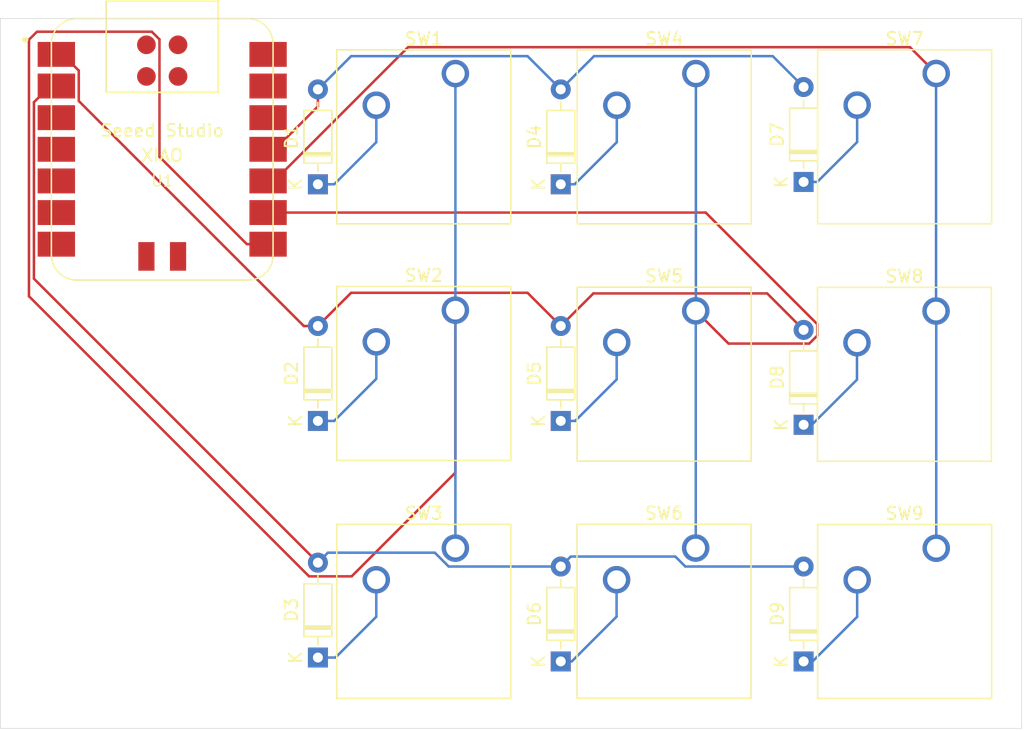
<source format=kicad_pcb>
(kicad_pcb (version 20240108) (generator "pcbnew") (generator_version "8.0")
  (layers (0 "F.Cu" signal) (31 "B.Cu" signal) (34 "B.Paste" user) (35 "F.Paste" user) (36 "B.SilkS" user "B.Silkscreen") (37 "F.SilkS" user "F.Silkscreen") (38 "B.Mask" user) (39 "F.Mask" user) (44 "Edge.Cuts" user))
  (net 0 "")
  (net 1 "Net-(D1-A)")
  (net 2 "Net-(D1-K)")
  (net 3 "Net-(D2-K)")
  (net 4 "Net-(D2-A)")
  (net 5 "Net-(D3-A)")
  (net 6 "Net-(D3-K)")
  (net 7 "Net-(D4-K)")
  (net 8 "Net-(D5-K)")
  (net 9 "Net-(D6-K)")
  (net 10 "Net-(D7-K)")
  (net 11 "Net-(D8-K)")
  (net 12 "Net-(D9-K)")
  (net 13 "Net-(U1-PB09_A7_D7_RX)")
  (net 14 "Net-(U1-PA7_A8_D8_SCK)")
  (net 15 "Net-(U1-PA5_A9_D9_MISO)")
  (net 28 "GND")
  (footprint "Button_Switch_Keyboard:SW_Cherry_MX_1.00u_PCB" (layer "F.Cu") (at 138.149105 85.031575)
    (property "Reference" "SW9" (at -2.54 -2.794 0) (layer "F.SilkS"))
    (property "Value" "SW_Push")
    (fp_line (start -9.525 -1.905) (end 4.445 -1.905) (stroke (width 0.12)) (layer "F.SilkS"))
    (fp_line (start -9.525 12.065) (end -9.525 -1.905) (stroke (width 0.12)) (layer "F.SilkS"))
    (fp_line (start 4.445 -1.905) (end 4.445 12.065) (stroke (width 0.12)) (layer "F.SilkS"))
    (fp_line (start 4.445 12.065) (end -9.525 12.065) (stroke (width 0.12)) (layer "F.SilkS"))
    (pad "" np_thru_hole circle (at -7.62 5.08) (size 1.7 1.7) (drill 1.7) (layers "*.Cu" "*.Mask"))
    (pad "" np_thru_hole circle (at -2.54 5.08) (size 4 4) (drill 4) (layers "*.Cu" "*.Mask"))
    (pad "" np_thru_hole circle (at 2.54 5.08) (size 1.7 1.7) (drill 1.7) (layers "*.Cu" "*.Mask"))
    (pad "1" thru_hole circle (at 0 0) (size 2.2 2.2) (drill 1.5) (layers "*.Cu" "*.Mask") (net 15 "Net-(U1-PA5_A9_D9_MISO)"))
    (pad "2" thru_hole circle (at -6.35 2.54) (size 2.2 2.2) (drill 1.5) (layers "*.Cu" "*.Mask") (net 12 "Net-(D9-K)"))
  )
  (footprint "Button_Switch_Keyboard:SW_Cherry_MX_1.00u_PCB" (layer "F.Cu") (at 99.538991 85.022918)
    (property "Reference" "SW3" (at -2.54 -2.794 0) (layer "F.SilkS"))
    (property "Value" "SW_Push")
    (fp_line (start -9.525 -1.905) (end 4.445 -1.905) (stroke (width 0.12)) (layer "F.SilkS"))
    (fp_line (start -9.525 12.065) (end -9.525 -1.905) (stroke (width 0.12)) (layer "F.SilkS"))
    (fp_line (start 4.445 -1.905) (end 4.445 12.065) (stroke (width 0.12)) (layer "F.SilkS"))
    (fp_line (start 4.445 12.065) (end -9.525 12.065) (stroke (width 0.12)) (layer "F.SilkS"))
    (pad "" np_thru_hole circle (at -7.62 5.08) (size 1.7 1.7) (drill 1.7) (layers "*.Cu" "*.Mask"))
    (pad "" np_thru_hole circle (at -2.54 5.08) (size 4 4) (drill 4) (layers "*.Cu" "*.Mask"))
    (pad "" np_thru_hole circle (at 2.54 5.08) (size 1.7 1.7) (drill 1.7) (layers "*.Cu" "*.Mask"))
    (pad "1" thru_hole circle (at 0 0) (size 2.2 2.2) (drill 1.5) (layers "*.Cu" "*.Mask") (net 13 "Net-(U1-PB09_A7_D7_RX)"))
    (pad "2" thru_hole circle (at -6.35 2.54) (size 2.2 2.2) (drill 1.5) (layers "*.Cu" "*.Mask") (net 6 "Net-(D3-K)"))
  )
  (footprint "Diode_THT:D_DO-35_SOD27_P7.62mm_Horizontal" (layer "F.Cu") (at 88.5 55.81 90)
    (property "Reference" "D1" (at 3.81 -2.12 90) (layer "F.SilkS"))
    (property "Value" "1N4148")
    (fp_line (start 5.93 -1.12) (end 1.69 -1.12) (stroke (width 0.12)) (layer "F.SilkS"))
    (fp_line (start 2.53 -1.12) (end 2.53 1.12) (stroke (width 0.12)) (layer "F.SilkS"))
    (fp_line (start 2.41 -1.12) (end 2.41 1.12) (stroke (width 0.12)) (layer "F.SilkS"))
    (fp_line (start 2.29 -1.12) (end 2.29 1.12) (stroke (width 0.12)) (layer "F.SilkS"))
    (fp_line (start 1.69 -1.12) (end 1.69 1.12) (stroke (width 0.12)) (layer "F.SilkS"))
    (fp_line (start 6.58 0) (end 5.93 0) (stroke (width 0.12)) (layer "F.SilkS"))
    (fp_line (start 1.04 0) (end 1.69 0) (stroke (width 0.12)) (layer "F.SilkS"))
    (fp_line (start 5.93 1.12) (end 5.93 -1.12) (stroke (width 0.12)) (layer "F.SilkS"))
    (fp_line (start 1.69 1.12) (end 5.93 1.12) (stroke (width 0.12)) (layer "F.SilkS"))
    (fp_text user "K" (at 0 -1.8 90) (layer "F.SilkS"))
    (pad "1" thru_hole rect (at 0 0 90) (size 1.6 1.6) (drill 0.8) (layers "*.Cu" "*.Mask") (net 2 "Net-(D1-K)"))
    (pad "2" thru_hole oval (at 7.62 0 90) (size 1.6 1.6) (drill 0.8) (layers "*.Cu" "*.Mask") (net 1 "Net-(D1-A)"))
  )
  (footprint "Diode_THT:D_DO-35_SOD27_P7.62mm_Horizontal" (layer "F.Cu") (at 108 74.81 90)
    (property "Reference" "D5" (at 3.81 -2.12 90) (layer "F.SilkS"))
    (property "Value" "1N4148")
    (fp_line (start 5.93 -1.12) (end 1.69 -1.12) (stroke (width 0.12)) (layer "F.SilkS"))
    (fp_line (start 2.53 -1.12) (end 2.53 1.12) (stroke (width 0.12)) (layer "F.SilkS"))
    (fp_line (start 2.41 -1.12) (end 2.41 1.12) (stroke (width 0.12)) (layer "F.SilkS"))
    (fp_line (start 2.29 -1.12) (end 2.29 1.12) (stroke (width 0.12)) (layer "F.SilkS"))
    (fp_line (start 1.69 -1.12) (end 1.69 1.12) (stroke (width 0.12)) (layer "F.SilkS"))
    (fp_line (start 6.58 0) (end 5.93 0) (stroke (width 0.12)) (layer "F.SilkS"))
    (fp_line (start 1.04 0) (end 1.69 0) (stroke (width 0.12)) (layer "F.SilkS"))
    (fp_line (start 5.93 1.12) (end 5.93 -1.12) (stroke (width 0.12)) (layer "F.SilkS"))
    (fp_line (start 1.69 1.12) (end 5.93 1.12) (stroke (width 0.12)) (layer "F.SilkS"))
    (fp_text user "K" (at 0 -1.8 90) (layer "F.SilkS"))
    (pad "1" thru_hole rect (at 0 0 90) (size 1.6 1.6) (drill 0.8) (layers "*.Cu" "*.Mask") (net 8 "Net-(D5-K)"))
    (pad "2" thru_hole oval (at 7.62 0 90) (size 1.6 1.6) (drill 0.8) (layers "*.Cu" "*.Mask") (net 4 "Net-(D2-A)"))
  )
  (footprint "Diode_THT:D_DO-35_SOD27_P7.62mm_Horizontal" (layer "F.Cu") (at 88.5 74.81 90)
    (property "Reference" "D2" (at 3.81 -2.12 90) (layer "F.SilkS"))
    (property "Value" "1N4148")
    (fp_line (start 5.93 -1.12) (end 1.69 -1.12) (stroke (width 0.12)) (layer "F.SilkS"))
    (fp_line (start 2.53 -1.12) (end 2.53 1.12) (stroke (width 0.12)) (layer "F.SilkS"))
    (fp_line (start 2.41 -1.12) (end 2.41 1.12) (stroke (width 0.12)) (layer "F.SilkS"))
    (fp_line (start 2.29 -1.12) (end 2.29 1.12) (stroke (width 0.12)) (layer "F.SilkS"))
    (fp_line (start 1.69 -1.12) (end 1.69 1.12) (stroke (width 0.12)) (layer "F.SilkS"))
    (fp_line (start 6.58 0) (end 5.93 0) (stroke (width 0.12)) (layer "F.SilkS"))
    (fp_line (start 1.04 0) (end 1.69 0) (stroke (width 0.12)) (layer "F.SilkS"))
    (fp_line (start 5.93 1.12) (end 5.93 -1.12) (stroke (width 0.12)) (layer "F.SilkS"))
    (fp_line (start 1.69 1.12) (end 5.93 1.12) (stroke (width 0.12)) (layer "F.SilkS"))
    (fp_text user "K" (at 0 -1.8 90) (layer "F.SilkS"))
    (pad "1" thru_hole rect (at 0 0 90) (size 1.6 1.6) (drill 0.8) (layers "*.Cu" "*.Mask") (net 3 "Net-(D2-K)"))
    (pad "2" thru_hole oval (at 7.62 0 90) (size 1.6 1.6) (drill 0.8) (layers "*.Cu" "*.Mask") (net 4 "Net-(D2-A)"))
  )
  (footprint "Button_Switch_Keyboard:SW_Cherry_MX_1.00u_PCB" (layer "F.Cu") (at 138.14734 46.911307)
    (property "Reference" "SW7" (at -2.54 -2.794 0) (layer "F.SilkS"))
    (property "Value" "SW_Push")
    (fp_line (start -9.525 -1.905) (end 4.445 -1.905) (stroke (width 0.12)) (layer "F.SilkS"))
    (fp_line (start -9.525 12.065) (end -9.525 -1.905) (stroke (width 0.12)) (layer "F.SilkS"))
    (fp_line (start 4.445 -1.905) (end 4.445 12.065) (stroke (width 0.12)) (layer "F.SilkS"))
    (fp_line (start 4.445 12.065) (end -9.525 12.065) (stroke (width 0.12)) (layer "F.SilkS"))
    (pad "" np_thru_hole circle (at -7.62 5.08) (size 1.7 1.7) (drill 1.7) (layers "*.Cu" "*.Mask"))
    (pad "" np_thru_hole circle (at -2.54 5.08) (size 4 4) (drill 4) (layers "*.Cu" "*.Mask"))
    (pad "" np_thru_hole circle (at 2.54 5.08) (size 1.7 1.7) (drill 1.7) (layers "*.Cu" "*.Mask"))
    (pad "1" thru_hole circle (at 0 0) (size 2.2 2.2) (drill 1.5) (layers "*.Cu" "*.Mask") (net 15 "Net-(U1-PA5_A9_D9_MISO)"))
    (pad "2" thru_hole circle (at -6.35 2.54) (size 2.2 2.2) (drill 1.5) (layers "*.Cu" "*.Mask") (net 10 "Net-(D7-K)"))
  )
  (footprint "Button_Switch_Keyboard:SW_Cherry_MX_1.00u_PCB" (layer "F.Cu") (at 118.832396 85.016814)
    (property "Reference" "SW6" (at -2.54 -2.794 0) (layer "F.SilkS"))
    (property "Value" "SW_Push")
    (fp_line (start -9.525 -1.905) (end 4.445 -1.905) (stroke (width 0.12)) (layer "F.SilkS"))
    (fp_line (start -9.525 12.065) (end -9.525 -1.905) (stroke (width 0.12)) (layer "F.SilkS"))
    (fp_line (start 4.445 -1.905) (end 4.445 12.065) (stroke (width 0.12)) (layer "F.SilkS"))
    (fp_line (start 4.445 12.065) (end -9.525 12.065) (stroke (width 0.12)) (layer "F.SilkS"))
    (pad "" np_thru_hole circle (at -7.62 5.08) (size 1.7 1.7) (drill 1.7) (layers "*.Cu" "*.Mask"))
    (pad "" np_thru_hole circle (at -2.54 5.08) (size 4 4) (drill 4) (layers "*.Cu" "*.Mask"))
    (pad "" np_thru_hole circle (at 2.54 5.08) (size 1.7 1.7) (drill 1.7) (layers "*.Cu" "*.Mask"))
    (pad "1" thru_hole circle (at 0 0) (size 2.2 2.2) (drill 1.5) (layers "*.Cu" "*.Mask") (net 14 "Net-(U1-PA7_A8_D8_SCK)"))
    (pad "2" thru_hole circle (at -6.35 2.54) (size 2.2 2.2) (drill 1.5) (layers "*.Cu" "*.Mask") (net 9 "Net-(D6-K)"))
  )
  (footprint "Button_Switch_Keyboard:SW_Cherry_MX_1.00u_PCB" (layer "F.Cu") (at 118.85 46.92)
    (property "Reference" "SW4" (at -2.54 -2.794 0) (layer "F.SilkS"))
    (property "Value" "SW_Push")
    (fp_line (start -9.525 -1.905) (end 4.445 -1.905) (stroke (width 0.12)) (layer "F.SilkS"))
    (fp_line (start -9.525 12.065) (end -9.525 -1.905) (stroke (width 0.12)) (layer "F.SilkS"))
    (fp_line (start 4.445 -1.905) (end 4.445 12.065) (stroke (width 0.12)) (layer "F.SilkS"))
    (fp_line (start 4.445 12.065) (end -9.525 12.065) (stroke (width 0.12)) (layer "F.SilkS"))
    (pad "" np_thru_hole circle (at -7.62 5.08) (size 1.7 1.7) (drill 1.7) (layers "*.Cu" "*.Mask"))
    (pad "" np_thru_hole circle (at -2.54 5.08) (size 4 4) (drill 4) (layers "*.Cu" "*.Mask"))
    (pad "" np_thru_hole circle (at 2.54 5.08) (size 1.7 1.7) (drill 1.7) (layers "*.Cu" "*.Mask"))
    (pad "1" thru_hole circle (at 0 0) (size 2.2 2.2) (drill 1.5) (layers "*.Cu" "*.Mask") (net 14 "Net-(U1-PA7_A8_D8_SCK)"))
    (pad "2" thru_hole circle (at -6.35 2.54) (size 2.2 2.2) (drill 1.5) (layers "*.Cu" "*.Mask") (net 7 "Net-(D4-K)"))
  )
  (footprint "Button_Switch_Keyboard:SW_Cherry_MX_1.00u_PCB" (layer "F.Cu") (at 99.54 46.92)
    (property "Reference" "SW1" (at -2.54 -2.794 0) (layer "F.SilkS"))
    (property "Value" "SW_Push")
    (fp_line (start -9.525 -1.905) (end 4.445 -1.905) (stroke (width 0.12)) (layer "F.SilkS"))
    (fp_line (start -9.525 12.065) (end -9.525 -1.905) (stroke (width 0.12)) (layer "F.SilkS"))
    (fp_line (start 4.445 -1.905) (end 4.445 12.065) (stroke (width 0.12)) (layer "F.SilkS"))
    (fp_line (start 4.445 12.065) (end -9.525 12.065) (stroke (width 0.12)) (layer "F.SilkS"))
    (pad "" np_thru_hole circle (at -7.62 5.08) (size 1.7 1.7) (drill 1.7) (layers "*.Cu" "*.Mask"))
    (pad "" np_thru_hole circle (at -2.54 5.08) (size 4 4) (drill 4) (layers "*.Cu" "*.Mask"))
    (pad "" np_thru_hole circle (at 2.54 5.08) (size 1.7 1.7) (drill 1.7) (layers "*.Cu" "*.Mask"))
    (pad "1" thru_hole circle (at 0 0) (size 2.2 2.2) (drill 1.5) (layers "*.Cu" "*.Mask") (net 13 "Net-(U1-PB09_A7_D7_RX)"))
    (pad "2" thru_hole circle (at -6.35 2.54) (size 2.2 2.2) (drill 1.5) (layers "*.Cu" "*.Mask") (net 2 "Net-(D1-K)"))
  )
  (footprint "Button_Switch_Keyboard:SW_Cherry_MX_1.00u_PCB" (layer "F.Cu") (at 138.134169 65.988662)
    (property "Reference" "SW8" (at -2.54 -2.794 0) (layer "F.SilkS"))
    (property "Value" "SW_Push")
    (fp_line (start -9.525 -1.905) (end 4.445 -1.905) (stroke (width 0.12)) (layer "F.SilkS"))
    (fp_line (start -9.525 12.065) (end -9.525 -1.905) (stroke (width 0.12)) (layer "F.SilkS"))
    (fp_line (start 4.445 -1.905) (end 4.445 12.065) (stroke (width 0.12)) (layer "F.SilkS"))
    (fp_line (start 4.445 12.065) (end -9.525 12.065) (stroke (width 0.12)) (layer "F.SilkS"))
    (pad "" np_thru_hole circle (at -7.62 5.08) (size 1.7 1.7) (drill 1.7) (layers "*.Cu" "*.Mask"))
    (pad "" np_thru_hole circle (at -2.54 5.08) (size 4 4) (drill 4) (layers "*.Cu" "*.Mask"))
    (pad "" np_thru_hole circle (at 2.54 5.08) (size 1.7 1.7) (drill 1.7) (layers "*.Cu" "*.Mask"))
    (pad "1" thru_hole circle (at 0 0) (size 2.2 2.2) (drill 1.5) (layers "*.Cu" "*.Mask") (net 15 "Net-(U1-PA5_A9_D9_MISO)"))
    (pad "2" thru_hole circle (at -6.35 2.54) (size 2.2 2.2) (drill 1.5) (layers "*.Cu" "*.Mask") (net 11 "Net-(D8-K)"))
  )
  (footprint "Button_Switch_Keyboard:SW_Cherry_MX_1.00u_PCB" (layer "F.Cu") (at 118.839869 65.970848)
    (property "Reference" "SW5" (at -2.54 -2.794 0) (layer "F.SilkS"))
    (property "Value" "SW_Push")
    (fp_line (start -9.525 -1.905) (end 4.445 -1.905) (stroke (width 0.12)) (layer "F.SilkS"))
    (fp_line (start -9.525 12.065) (end -9.525 -1.905) (stroke (width 0.12)) (layer "F.SilkS"))
    (fp_line (start 4.445 -1.905) (end 4.445 12.065) (stroke (width 0.12)) (layer "F.SilkS"))
    (fp_line (start 4.445 12.065) (end -9.525 12.065) (stroke (width 0.12)) (layer "F.SilkS"))
    (pad "" np_thru_hole circle (at -7.62 5.08) (size 1.7 1.7) (drill 1.7) (layers "*.Cu" "*.Mask"))
    (pad "" np_thru_hole circle (at -2.54 5.08) (size 4 4) (drill 4) (layers "*.Cu" "*.Mask"))
    (pad "" np_thru_hole circle (at 2.54 5.08) (size 1.7 1.7) (drill 1.7) (layers "*.Cu" "*.Mask"))
    (pad "1" thru_hole circle (at 0 0) (size 2.2 2.2) (drill 1.5) (layers "*.Cu" "*.Mask") (net 14 "Net-(U1-PA7_A8_D8_SCK)"))
    (pad "2" thru_hole circle (at -6.35 2.54) (size 2.2 2.2) (drill 1.5) (layers "*.Cu" "*.Mask") (net 8 "Net-(D5-K)"))
  )
  (footprint "Diode_THT:D_DO-35_SOD27_P7.62mm_Horizontal" (layer "F.Cu") (at 108 94.12 90)
    (property "Reference" "D6" (at 3.81 -2.12 90) (layer "F.SilkS"))
    (property "Value" "1N4148")
    (fp_line (start 5.93 -1.12) (end 1.69 -1.12) (stroke (width 0.12)) (layer "F.SilkS"))
    (fp_line (start 2.53 -1.12) (end 2.53 1.12) (stroke (width 0.12)) (layer "F.SilkS"))
    (fp_line (start 2.41 -1.12) (end 2.41 1.12) (stroke (width 0.12)) (layer "F.SilkS"))
    (fp_line (start 2.29 -1.12) (end 2.29 1.12) (stroke (width 0.12)) (layer "F.SilkS"))
    (fp_line (start 1.69 -1.12) (end 1.69 1.12) (stroke (width 0.12)) (layer "F.SilkS"))
    (fp_line (start 6.58 0) (end 5.93 0) (stroke (width 0.12)) (layer "F.SilkS"))
    (fp_line (start 1.04 0) (end 1.69 0) (stroke (width 0.12)) (layer "F.SilkS"))
    (fp_line (start 5.93 1.12) (end 5.93 -1.12) (stroke (width 0.12)) (layer "F.SilkS"))
    (fp_line (start 1.69 1.12) (end 5.93 1.12) (stroke (width 0.12)) (layer "F.SilkS"))
    (fp_text user "K" (at 0 -1.8 90) (layer "F.SilkS"))
    (pad "1" thru_hole rect (at 0 0 90) (size 1.6 1.6) (drill 0.8) (layers "*.Cu" "*.Mask") (net 9 "Net-(D6-K)"))
    (pad "2" thru_hole oval (at 7.62 0 90) (size 1.6 1.6) (drill 0.8) (layers "*.Cu" "*.Mask") (net 5 "Net-(D3-A)"))
  )
  (footprint "Button_Switch_Keyboard:SW_Cherry_MX_1.00u_PCB" (layer "F.Cu") (at 99.54 65.92)
    (property "Reference" "SW2" (at -2.54 -2.794 0) (layer "F.SilkS"))
    (property "Value" "SW_Push")
    (fp_line (start -9.525 -1.905) (end 4.445 -1.905) (stroke (width 0.12)) (layer "F.SilkS"))
    (fp_line (start -9.525 12.065) (end -9.525 -1.905) (stroke (width 0.12)) (layer "F.SilkS"))
    (fp_line (start 4.445 -1.905) (end 4.445 12.065) (stroke (width 0.12)) (layer "F.SilkS"))
    (fp_line (start 4.445 12.065) (end -9.525 12.065) (stroke (width 0.12)) (layer "F.SilkS"))
    (pad "" np_thru_hole circle (at -7.62 5.08) (size 1.7 1.7) (drill 1.7) (layers "*.Cu" "*.Mask"))
    (pad "" np_thru_hole circle (at -2.54 5.08) (size 4 4) (drill 4) (layers "*.Cu" "*.Mask"))
    (pad "" np_thru_hole circle (at 2.54 5.08) (size 1.7 1.7) (drill 1.7) (layers "*.Cu" "*.Mask"))
    (pad "1" thru_hole circle (at 0 0) (size 2.2 2.2) (drill 1.5) (layers "*.Cu" "*.Mask") (net 13 "Net-(U1-PB09_A7_D7_RX)"))
    (pad "2" thru_hole circle (at -6.35 2.54) (size 2.2 2.2) (drill 1.5) (layers "*.Cu" "*.Mask") (net 3 "Net-(D2-K)"))
  )
  (footprint "Diode_THT:D_DO-35_SOD27_P7.62mm_Horizontal" (layer "F.Cu") (at 108 55.81 90)
    (property "Reference" "D4" (at 3.81 -2.12 90) (layer "F.SilkS"))
    (property "Value" "1N4148")
    (fp_line (start 5.93 -1.12) (end 1.69 -1.12) (stroke (width 0.12)) (layer "F.SilkS"))
    (fp_line (start 2.53 -1.12) (end 2.53 1.12) (stroke (width 0.12)) (layer "F.SilkS"))
    (fp_line (start 2.41 -1.12) (end 2.41 1.12) (stroke (width 0.12)) (layer "F.SilkS"))
    (fp_line (start 2.29 -1.12) (end 2.29 1.12) (stroke (width 0.12)) (layer "F.SilkS"))
    (fp_line (start 1.69 -1.12) (end 1.69 1.12) (stroke (width 0.12)) (layer "F.SilkS"))
    (fp_line (start 6.58 0) (end 5.93 0) (stroke (width 0.12)) (layer "F.SilkS"))
    (fp_line (start 1.04 0) (end 1.69 0) (stroke (width 0.12)) (layer "F.SilkS"))
    (fp_line (start 5.93 1.12) (end 5.93 -1.12) (stroke (width 0.12)) (layer "F.SilkS"))
    (fp_line (start 1.69 1.12) (end 5.93 1.12) (stroke (width 0.12)) (layer "F.SilkS"))
    (fp_text user "K" (at 0 -1.8 90) (layer "F.SilkS"))
    (pad "1" thru_hole rect (at 0 0 90) (size 1.6 1.6) (drill 0.8) (layers "*.Cu" "*.Mask") (net 7 "Net-(D4-K)"))
    (pad "2" thru_hole oval (at 7.62 0 90) (size 1.6 1.6) (drill 0.8) (layers "*.Cu" "*.Mask") (net 1 "Net-(D1-A)"))
  )
  (footprint "Diode_THT:D_DO-35_SOD27_P7.62mm_Horizontal" (layer "F.Cu") (at 88.5 93.81 90)
    (property "Reference" "D3" (at 3.81 -2.12 90) (layer "F.SilkS"))
    (property "Value" "1N4148")
    (fp_line (start 5.93 -1.12) (end 1.69 -1.12) (stroke (width 0.12)) (layer "F.SilkS"))
    (fp_line (start 2.53 -1.12) (end 2.53 1.12) (stroke (width 0.12)) (layer "F.SilkS"))
    (fp_line (start 2.41 -1.12) (end 2.41 1.12) (stroke (width 0.12)) (layer "F.SilkS"))
    (fp_line (start 2.29 -1.12) (end 2.29 1.12) (stroke (width 0.12)) (layer "F.SilkS"))
    (fp_line (start 1.69 -1.12) (end 1.69 1.12) (stroke (width 0.12)) (layer "F.SilkS"))
    (fp_line (start 6.58 0) (end 5.93 0) (stroke (width 0.12)) (layer "F.SilkS"))
    (fp_line (start 1.04 0) (end 1.69 0) (stroke (width 0.12)) (layer "F.SilkS"))
    (fp_line (start 5.93 1.12) (end 5.93 -1.12) (stroke (width 0.12)) (layer "F.SilkS"))
    (fp_line (start 1.69 1.12) (end 5.93 1.12) (stroke (width 0.12)) (layer "F.SilkS"))
    (fp_text user "K" (at 0 -1.8 90) (layer "F.SilkS"))
    (pad "1" thru_hole rect (at 0 0 90) (size 1.6 1.6) (drill 0.8) (layers "*.Cu" "*.Mask") (net 6 "Net-(D3-K)"))
    (pad "2" thru_hole oval (at 7.62 0 90) (size 1.6 1.6) (drill 0.8) (layers "*.Cu" "*.Mask") (net 5 "Net-(D3-A)"))
  )
  (footprint "Diode_THT:D_DO-35_SOD27_P7.62mm_Horizontal" (layer "F.Cu") (at 127.5 94.12 90)
    (property "Reference" "D9" (at 3.81 -2.12 90) (layer "F.SilkS"))
    (property "Value" "1N4148")
    (fp_line (start 5.93 -1.12) (end 1.69 -1.12) (stroke (width 0.12)) (layer "F.SilkS"))
    (fp_line (start 2.53 -1.12) (end 2.53 1.12) (stroke (width 0.12)) (layer "F.SilkS"))
    (fp_line (start 2.41 -1.12) (end 2.41 1.12) (stroke (width 0.12)) (layer "F.SilkS"))
    (fp_line (start 2.29 -1.12) (end 2.29 1.12) (stroke (width 0.12)) (layer "F.SilkS"))
    (fp_line (start 1.69 -1.12) (end 1.69 1.12) (stroke (width 0.12)) (layer "F.SilkS"))
    (fp_line (start 6.58 0) (end 5.93 0) (stroke (width 0.12)) (layer "F.SilkS"))
    (fp_line (start 1.04 0) (end 1.69 0) (stroke (width 0.12)) (layer "F.SilkS"))
    (fp_line (start 5.93 1.12) (end 5.93 -1.12) (stroke (width 0.12)) (layer "F.SilkS"))
    (fp_line (start 1.69 1.12) (end 5.93 1.12) (stroke (width 0.12)) (layer "F.SilkS"))
    (fp_text user "K" (at 0 -1.8 90) (layer "F.SilkS"))
    (pad "1" thru_hole rect (at 0 0 90) (size 1.6 1.6) (drill 0.8) (layers "*.Cu" "*.Mask") (net 12 "Net-(D9-K)"))
    (pad "2" thru_hole oval (at 7.62 0 90) (size 1.6 1.6) (drill 0.8) (layers "*.Cu" "*.Mask") (net 5 "Net-(D3-A)"))
  )
  (footprint "Diode_THT:D_DO-35_SOD27_P7.62mm_Horizontal" (layer "F.Cu") (at 127.5 55.62 90)
    (property "Reference" "D7" (at 3.81 -2.12 90) (layer "F.SilkS"))
    (property "Value" "1N4148")
    (fp_line (start 5.93 -1.12) (end 1.69 -1.12) (stroke (width 0.12)) (layer "F.SilkS"))
    (fp_line (start 2.53 -1.12) (end 2.53 1.12) (stroke (width 0.12)) (layer "F.SilkS"))
    (fp_line (start 2.41 -1.12) (end 2.41 1.12) (stroke (width 0.12)) (layer "F.SilkS"))
    (fp_line (start 2.29 -1.12) (end 2.29 1.12) (stroke (width 0.12)) (layer "F.SilkS"))
    (fp_line (start 1.69 -1.12) (end 1.69 1.12) (stroke (width 0.12)) (layer "F.SilkS"))
    (fp_line (start 6.58 0) (end 5.93 0) (stroke (width 0.12)) (layer "F.SilkS"))
    (fp_line (start 1.04 0) (end 1.69 0) (stroke (width 0.12)) (layer "F.SilkS"))
    (fp_line (start 5.93 1.12) (end 5.93 -1.12) (stroke (width 0.12)) (layer "F.SilkS"))
    (fp_line (start 1.69 1.12) (end 5.93 1.12) (stroke (width 0.12)) (layer "F.SilkS"))
    (fp_text user "K" (at 0 -1.8 90) (layer "F.SilkS"))
    (pad "1" thru_hole rect (at 0 0 90) (size 1.6 1.6) (drill 0.8) (layers "*.Cu" "*.Mask") (net 10 "Net-(D7-K)"))
    (pad "2" thru_hole oval (at 7.62 0 90) (size 1.6 1.6) (drill 0.8) (layers "*.Cu" "*.Mask") (net 1 "Net-(D1-A)"))
  )
  (footprint "Custom:XIAO-SAMD21-RP2040-14P-2.54-21X17.8MM (Seeeduino XIAO)" (layer "F.Cu") (at 76 53)
    (property "Reference" "U1" (at 0 2.54 0) (layer "F.SilkS") (effects (font (size 0.889 0.889) (thickness 0.1016))))
    (property "Value" "Seeed Studio XIAO SAMD21" (hide yes))
    (fp_line (start -8.9 -8.5) (end -8.9 8.5) (stroke (width 0.127)) (layer "F.SilkS"))
    (fp_line (start -6.9 10.5) (end 6.9 10.5) (stroke (width 0.127)) (layer "F.SilkS"))
    (fp_line (start -4.5 -11.92403) (end 4.5 -11.92403) (stroke (width 0.127)) (layer "F.SilkS"))
    (fp_line (start -4.5 -4.57073) (end -4.5 -11.92403) (stroke (width 0.127)) (layer "F.SilkS"))
    (fp_line (start 4.5 -11.92403) (end 4.5 -4.57073) (stroke (width 0.127)) (layer "F.SilkS"))
    (fp_line (start 4.5 -4.57073) (end -4.5 -4.57073) (stroke (width 0.127)) (layer "F.SilkS"))
    (fp_line (start 6.9 -10.49909) (end -6.9 -10.49909) (stroke (width 0.127)) (layer "F.SilkS"))
    (fp_line (start 8.9 8.5) (end 8.9 -8.5) (stroke (width 0.127)) (layer "F.SilkS"))
    (fp_arc (start -8.9 -8.5) (mid -8.301491 -9.901491) (end -6.9 -10.5) (stroke (width 0.12)) (layer "F.SilkS"))
    (fp_arc (start -6.9 10.5) (mid -8.301423 9.901423) (end -8.9 8.5) (stroke (width 0.12)) (layer "F.SilkS"))
    (fp_arc (start 6.9 -10.5) (mid 8.301492 -9.901492) (end 8.9 -8.5) (stroke (width 0.12)) (layer "F.SilkS"))
    (fp_arc (start 8.9 8.5) (mid 8.314214 9.914214) (end 6.9 10.5) (stroke (width 0.12)) (layer "F.SilkS"))
    (fp_circle (center -11 -8.8) (end -11 -9.054) (fill solid) (layer "F.SilkS"))
    (fp_poly (pts (xy -8.887715 -8.561705) (xy -8.884667 -8.610473) (xy -8.880603 -8.659494)) (stroke (width 0.0254)) (fill none) (layer "F.SilkS"))
    (fp_poly (pts (xy 8.889492 8.521574) (xy 8.887713 8.57085) (xy 8.884665 8.619618) (xy 8.880601 8.668639) (xy 8.875268 8.717407) (xy 8.868664 8.766175) (xy 8.861044 8.81469) (xy 8.852153 8.86295) (xy 8.842248 8.910955)) (stroke (width 0.0254)) (fill none) (layer "F.SilkS"))
    (fp_text user "Seeed Studio" (at 0 -1.5 0) (layer "F.SilkS"))
    (fp_text user "XIAO" (at 0 0.5 0) (layer "F.SilkS"))
    (pad "1" smd rect (at -8.5 -7.62) (size 3 2) (layers "F.Cu" "F.Paste" "F.Mask") (net 4 "Net-(D2-A)"))
    (pad "2" smd rect (at -8.5 -5.08) (size 3 2) (layers "F.Cu" "F.Paste" "F.Mask") (net 5 "Net-(D3-A)"))
    (pad "3" smd rect (at -8.5 -2.54) (size 3 2) (layers "F.Cu" "F.Paste" "F.Mask"))
    (pad "4" smd rect (at -8.5 0) (size 3 2) (layers "F.Cu" "F.Paste" "F.Mask"))
    (pad "5" smd rect (at -8.5 2.54) (size 3 2) (layers "F.Cu" "F.Paste" "F.Mask"))
    (pad "6" smd rect (at -8.5 5.08 180) (size 3 2) (layers "F.Cu" "F.Paste" "F.Mask"))
    (pad "7" smd rect (at -8.5 7.62) (size 3 2) (layers "F.Cu" "F.Paste" "F.Mask"))
    (pad "8" smd rect (at 8.5 7.62) (size 3 2) (layers "F.Cu" "F.Paste" "F.Mask") (net 13 "Net-(U1-PB09_A7_D7_RX)"))
    (pad "9" smd rect (at 8.5 5.08) (size 3 2) (layers "F.Cu" "F.Paste" "F.Mask") (net 14 "Net-(U1-PA7_A8_D8_SCK)"))
    (pad "10" smd rect (at 8.5 2.54) (size 3 2) (layers "F.Cu" "F.Paste" "F.Mask") (net 15 "Net-(U1-PA5_A9_D9_MISO)"))
    (pad "11" smd rect (at 8.5 0) (size 3 2) (layers "F.Cu" "F.Paste" "F.Mask") (net 1 "Net-(D1-A)"))
    (pad "12" smd rect (at 8.5 -2.54) (size 3 2) (layers "F.Cu" "F.Paste" "F.Mask"))
    (pad "13" smd rect (at 8.5 -5.08) (size 3 2) (layers "F.Cu" "F.Paste" "F.Mask") (net 28 "GND"))
    (pad "14" smd rect (at 8.5 -7.62) (size 3 2) (layers "F.Cu" "F.Paste" "F.Mask"))
    (pad "15" smd circle (at -1.27 -8.39 90) (size 1.5 1.5) (layers "F.Cu" "F.Paste" "F.Mask"))
    (pad "16" smd circle (at 1.27 -8.39 90) (size 1.5 1.5) (layers "F.Cu" "F.Paste" "F.Mask"))
    (pad "17" smd circle (at -1.27 -5.85 90) (size 1.5 1.5) (layers "F.Cu" "F.Paste" "F.Mask"))
    (pad "18" smd circle (at 1.27 -5.85 90) (size 1.5 1.5) (layers "F.Cu" "F.Paste" "F.Mask"))
    (pad "19" smd rect (at -1.27 8.6 90) (size 2.3 1.3) (layers "F.Cu" "F.Paste" "F.Mask"))
    (pad "20" smd rect (at 1.27 8.6 90) (size 2.3 1.3) (layers "F.Cu" "F.Paste" "F.Mask"))
  )
  (footprint "Diode_THT:D_DO-35_SOD27_P7.62mm_Horizontal" (layer "F.Cu") (at 127.5 75.12 90)
    (property "Reference" "D8" (at 3.81 -2.12 90) (layer "F.SilkS"))
    (property "Value" "1N4148")
    (fp_line (start 5.93 -1.12) (end 1.69 -1.12) (stroke (width 0.12)) (layer "F.SilkS"))
    (fp_line (start 2.53 -1.12) (end 2.53 1.12) (stroke (width 0.12)) (layer "F.SilkS"))
    (fp_line (start 2.41 -1.12) (end 2.41 1.12) (stroke (width 0.12)) (layer "F.SilkS"))
    (fp_line (start 2.29 -1.12) (end 2.29 1.12) (stroke (width 0.12)) (layer "F.SilkS"))
    (fp_line (start 1.69 -1.12) (end 1.69 1.12) (stroke (width 0.12)) (layer "F.SilkS"))
    (fp_line (start 6.58 0) (end 5.93 0) (stroke (width 0.12)) (layer "F.SilkS"))
    (fp_line (start 1.04 0) (end 1.69 0) (stroke (width 0.12)) (layer "F.SilkS"))
    (fp_line (start 5.93 1.12) (end 5.93 -1.12) (stroke (width 0.12)) (layer "F.SilkS"))
    (fp_line (start 1.69 1.12) (end 5.93 1.12) (stroke (width 0.12)) (layer "F.SilkS"))
    (fp_text user "K" (at 0 -1.8 90) (layer "F.SilkS"))
    (pad "1" thru_hole rect (at 0 0 90) (size 1.6 1.6) (drill 0.8) (layers "*.Cu" "*.Mask") (net 11 "Net-(D8-K)"))
    (pad "2" thru_hole oval (at 7.62 0 90) (size 1.6 1.6) (drill 0.8) (layers "*.Cu" "*.Mask") (net 4 "Net-(D2-A)"))
  )
  (gr_rect (start 63 42.5) (end 145 99.5) (stroke (width 0.05)) (fill none) (layer "Edge.Cuts"))
  (segment (start 85.06 53) (end 84.5 53) (width 0.2) (layer "F.Cu") (net 1))
  (segment (start 88.5 49.56) (end 85.06 53) (width 0.2) (layer "F.Cu") (net 1))
  (segment (start 88.5 48.19) (end 88.5 49.56) (width 0.2) (layer "F.Cu") (net 1))
  (segment (start 127.5 48) (end 127.5 47.5) (width 0.2) (layer "B.Cu") (net 1))
  (segment (start 105.33 45.52) (end 108 48.19) (width 0.2) (layer "B.Cu") (net 1))
  (segment (start 108 48.19) (end 110.67 45.52) (width 0.2) (layer "B.Cu") (net 1))
  (segment (start 125.02 45.52) (end 127.5 48) (width 0.2) (layer "B.Cu") (net 1))
  (segment (start 110.67 45.52) (end 125.02 45.52) (width 0.2) (layer "B.Cu") (net 1))
  (segment (start 88.5 48.19) (end 91.17 45.52) (width 0.2) (layer "B.Cu") (net 1))
  (segment (start 91.17 45.52) (end 105.33 45.52) (width 0.2) (layer "B.Cu") (net 1))
  (segment (start 93.19 52.427056) (end 89.807056 55.81) (width 0.2) (layer "B.Cu") (net 2))
  (segment (start 89.807056 55.81) (end 88.5 55.81) (width 0.2) (layer "B.Cu") (net 2))
  (segment (start 93.19 49.46) (end 93.19 52.427056) (width 0.2) (layer "B.Cu") (net 2))
  (segment (start 93.19 68.46) (end 93.19 71.427056) (width 0.2) (layer "B.Cu") (net 3))
  (segment (start 89.807056 74.81) (end 88.5 74.81) (width 0.2) (layer "B.Cu") (net 3))
  (segment (start 93.19 71.427056) (end 89.807056 74.81) (width 0.2) (layer "B.Cu") (net 3))
  (segment (start 88.5 67.19) (end 91.17 64.52) (width 0.2) (layer "F.Cu") (net 4))
  (segment (start 69.3 46.68) (end 68 45.38) (width 0.2) (layer "F.Cu") (net 4))
  (segment (start 68 45.38) (end 67.5 45.38) (width 0.2) (layer "F.Cu") (net 4))
  (segment (start 124.570848 64.570848) (end 127.5 67.5) (width 0.2) (layer "F.Cu") (net 4))
  (segment (start 105.33 64.52) (end 108 67.19) (width 0.2) (layer "F.Cu") (net 4))
  (segment (start 88.5 67.19) (end 87.36863 67.19) (width 0.2) (layer "F.Cu") (net 4))
  (segment (start 108 67.19) (end 110.619152 64.570848) (width 0.2) (layer "F.Cu") (net 4))
  (segment (start 91.17 64.52) (end 105.33 64.52) (width 0.2) (layer "F.Cu") (net 4))
  (segment (start 69.3 49.12137) (end 69.3 46.68) (width 0.2) (layer "F.Cu") (net 4))
  (segment (start 87.36863 67.19) (end 69.3 49.12137) (width 0.2) (layer "F.Cu") (net 4))
  (segment (start 110.619152 64.570848) (end 124.570848 64.570848) (width 0.2) (layer "F.Cu") (net 4))
  (segment (start 65.7 49.22) (end 67 47.92) (width 0.2) (layer "F.Cu") (net 5))
  (segment (start 67 47.92) (end 67.5 47.92) (width 0.2) (layer "F.Cu") (net 5))
  (segment (start 65.7 63.39) (end 65.7 49.22) (width 0.2) (layer "F.Cu") (net 5))
  (segment (start 88.5 86.19) (end 65.7 63.39) (width 0.2) (layer "F.Cu") (net 5))
  (segment (start 108.799999 85.700001) (end 117.200001 85.700001) (width 0.2) (layer "B.Cu") (net 5))
  (segment (start 108 86.5) (end 108.799999 85.700001) (width 0.2) (layer "B.Cu") (net 5))
  (segment (start 89.299999 85.390001) (end 97.890001 85.390001) (width 0.2) (layer "B.Cu") (net 5))
  (segment (start 117.200001 85.700001) (end 118 86.5) (width 0.2) (layer "B.Cu") (net 5))
  (segment (start 88.5 86.19) (end 89.299999 85.390001) (width 0.2) (layer "B.Cu") (net 5))
  (segment (start 97.890001 85.390001) (end 99 86.5) (width 0.2) (layer "B.Cu") (net 5))
  (segment (start 118 86.5) (end 127.5 86.5) (width 0.2) (layer "B.Cu") (net 5))
  (segment (start 99 86.5) (end 108 86.5) (width 0.2) (layer "B.Cu") (net 5))
  (segment (start 93.188991 90.529974) (end 89.908965 93.81) (width 0.2) (layer "B.Cu") (net 6))
  (segment (start 89.908965 93.81) (end 88.5 93.81) (width 0.2) (layer "B.Cu") (net 6))
  (segment (start 93.188991 87.562918) (end 93.188991 90.529974) (width 0.2) (layer "B.Cu") (net 6))
  (segment (start 109.117056 55.81) (end 108 55.81) (width 0.2) (layer "B.Cu") (net 7))
  (segment (start 112.5 49.46) (end 112.5 52.427056) (width 0.2) (layer "B.Cu") (net 7))
  (segment (start 112.5 52.427056) (end 109.117056 55.81) (width 0.2) (layer "B.Cu") (net 7))
  (segment (start 112.489869 68.510848) (end 112.489869 71.477904) (width 0.2) (layer "B.Cu") (net 8))
  (segment (start 109.157773 74.81) (end 108 74.81) (width 0.2) (layer "B.Cu") (net 8))
  (segment (start 112.489869 71.477904) (end 109.157773 74.81) (width 0.2) (layer "B.Cu") (net 8))
  (segment (start 112.482396 90.52387) (end 108.886266 94.12) (width 0.2) (layer "B.Cu") (net 9))
  (segment (start 112.482396 87.556814) (end 112.482396 90.52387) (width 0.2) (layer "B.Cu") (net 9))
  (segment (start 108.886266 94.12) (end 108 94.12) (width 0.2) (layer "B.Cu") (net 9))
  (segment (start 128.595703 55.62) (end 127.5 55.62) (width 0.2) (layer "B.Cu") (net 10))
  (segment (start 131.79734 49.451307) (end 131.79734 52.418363) (width 0.2) (layer "B.Cu") (net 10))
  (segment (start 131.79734 52.418363) (end 128.595703 55.62) (width 0.2) (layer "B.Cu") (net 10))
  (segment (start 131.784169 68.528662) (end 131.784169 71.495718) (width 0.2) (layer "B.Cu") (net 11))
  (segment (start 128.159887 75.12) (end 127.5 75.12) (width 0.2) (layer "B.Cu") (net 11))
  (segment (start 131.784169 71.495718) (end 128.159887 75.12) (width 0.2) (layer "B.Cu") (net 11))
  (segment (start 131.799105 87.571575) (end 131.799105 90.538631) (width 0.2) (layer "B.Cu") (net 12))
  (segment (start 128.217736 94.12) (end 127.5 94.12) (width 0.2) (layer "B.Cu") (net 12))
  (segment (start 131.799105 90.538631) (end 128.217736 94.12) (width 0.2) (layer "B.Cu") (net 12))
  (segment (start 87.79 87.29) (end 65.3 64.8) (width 0.2) (layer "F.Cu") (net 13))
  (segment (start 65.3 64.8) (end 65.3 44.2) (width 0.2) (layer "F.Cu") (net 13))
  (segment (start 75.164925 43.56) (end 75.78 44.175075) (width 0.2) (layer "F.Cu") (net 13))
  (segment (start 75.78 44.175075) (end 75.78 53.6) (width 0.2) (layer "F.Cu") (net 13))
  (segment (start 65.94 43.56) (end 75.164925 43.56) (width 0.2) (layer "F.Cu") (net 13))
  (segment (start 75.78 53.6) (end 82.8 60.62) (width 0.2) (layer "F.Cu") (net 13))
  (segment (start 99.54 78.96) (end 91.21 87.29) (width 0.2) (layer "F.Cu") (net 13))
  (segment (start 82.8 60.62) (end 84.5 60.62) (width 0.2) (layer "F.Cu") (net 13))
  (segment (start 99.54 85.021909) (end 99.538991 85.022918) (width 0.2) (layer "F.Cu") (net 13))
  (segment (start 65.3 44.2) (end 65.94 43.56) (width 0.2) (layer "F.Cu") (net 13))
  (segment (start 91.21 87.29) (end 87.79 87.29) (width 0.2) (layer "F.Cu") (net 13))
  (segment (start 99.54 65.92) (end 99.54 78.96) (width 0.2) (layer "F.Cu") (net 13))
  (segment (start 99.538991 85.022918) (end 99.538991 65.921009) (width 0.2) (layer "B.Cu") (net 13))
  (segment (start 99.54 65.92) (end 99.54 46.92) (width 0.2) (layer "B.Cu") (net 13))
  (segment (start 99.538991 65.921009) (end 99.54 65.92) (width 0.2) (layer "B.Cu") (net 13))
  (segment (start 121.469021 68.6) (end 127.955635 68.6) (width 0.2) (layer "F.Cu") (net 14))
  (segment (start 118.839869 85.009341) (end 118.832396 85.016814) (width 0.2) (layer "F.Cu") (net 14))
  (segment (start 127.955635 68.6) (end 128.6 67.955635) (width 0.2) (layer "F.Cu") (net 14))
  (segment (start 84 58.08) (end 84.5 58.08) (width 0.2) (layer "F.Cu") (net 14))
  (segment (start 128.6 67.955635) (end 128.6 67.044365) (width 0.2) (layer "F.Cu") (net 14))
  (segment (start 128.6 67.044365) (end 119.635635 58.08) (width 0.2) (layer "F.Cu") (net 14))
  (segment (start 118.85 65.960717) (end 118.839869 65.970848) (width 0.2) (layer "F.Cu") (net 14))
  (segment (start 119.635635 58.08) (end 84.5 58.08) (width 0.2) (layer "F.Cu") (net 14))
  (segment (start 118.839869 65.970848) (end 121.469021 68.6) (width 0.2) (layer "F.Cu") (net 14))
  (segment (start 118.85 46.92) (end 118.85 65.960717) (width 0.2) (layer "B.Cu") (net 14))
  (segment (start 118.839869 85.009341) (end 118.832396 85.016814) (width 0.2) (layer "B.Cu") (net 14))
  (segment (start 118.839869 65.970848) (end 118.839869 85.009341) (width 0.2) (layer "B.Cu") (net 14))
  (segment (start 118.85 65.960717) (end 118.839869 65.970848) (width 0.2) (layer "B.Cu") (net 14))
  (segment (start 138.134169 85.016639) (end 138.149105 85.031575) (width 0.2) (layer "F.Cu") (net 15))
  (segment (start 138.14734 46.911307) (end 136.036033 44.8) (width 0.2) (layer "F.Cu") (net 15))
  (segment (start 138.14734 65.975491) (end 138.134169 65.988662) (width 0.2) (layer "F.Cu") (net 15))
  (segment (start 136.036033 44.8) (end 95.74 44.8) (width 0.2) (layer "F.Cu") (net 15))
  (segment (start 85 55.54) (end 84.5 55.54) (width 0.2) (layer "F.Cu") (net 15))
  (segment (start 95.74 44.8) (end 85 55.54) (width 0.2) (layer "F.Cu") (net 15))
  (segment (start 138.149105 66.003598) (end 138.134169 65.988662) (width 0.2) (layer "B.Cu") (net 15))
  (segment (start 138.149105 85.031575) (end 138.149105 66.003598) (width 0.2) (layer "B.Cu") (net 15))
  (segment (start 138.134169 65.988662) (end 138.134169 46.924478) (width 0.2) (layer "B.Cu") (net 15))
  (segment (start 138.134169 46.924478) (end 138.14734 46.911307) (width 0.2) (layer "B.Cu") (net 15))
  (segment (start 84.5 47.92) (end 84.5 48) (width 0.2) (layer "F.Cu") (net 28))
)
</source>
